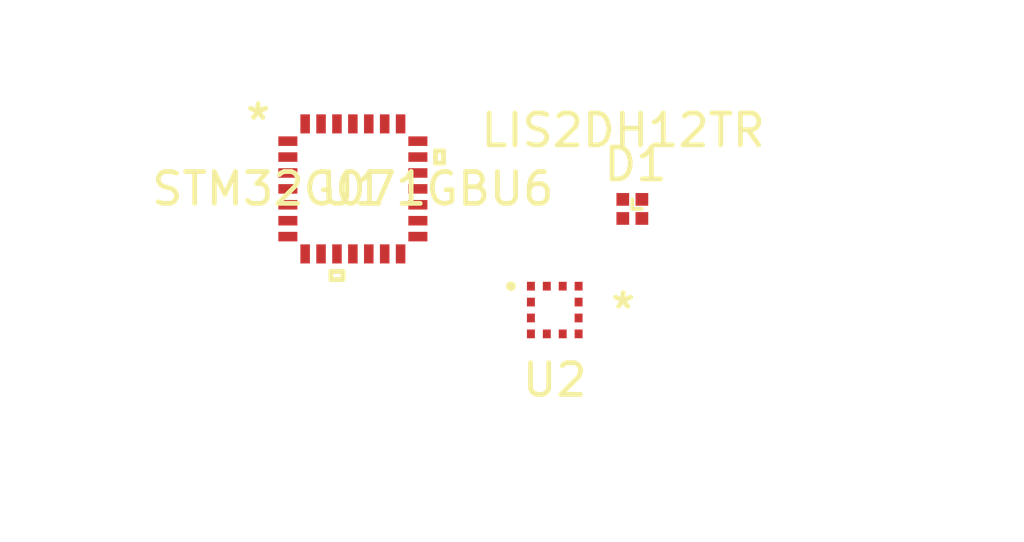
<source format=kicad_pcb>
(kicad_pcb (version 20171130) (host pcbnew 5.1.7-a382d34a8~87~ubuntu18.04.1)

  (general
    (thickness 1.6002)
    (drawings 0)
    (tracks 0)
    (zones 0)
    (modules 3)
    (nets 45)
  )

  (page USLetter)
  (title_block
    (rev 1)
  )

  (layers
    (0 Front signal)
    (1 In1.Cu signal)
    (2 In2.Cu signal)
    (31 Back signal)
    (34 B.Paste user hide)
    (35 F.Paste user)
    (36 B.SilkS user)
    (37 F.SilkS user hide)
    (38 B.Mask user)
    (39 F.Mask user)
    (44 Edge.Cuts user)
    (45 Margin user)
    (46 B.CrtYd user)
    (47 F.CrtYd user)
    (49 F.Fab user)
  )

  (setup
    (last_trace_width 0.254)
    (user_trace_width 0.127)
    (user_trace_width 0.254)
    (user_trace_width 0.508)
    (user_trace_width 0.762)
    (trace_clearance 0.127)
    (zone_clearance 0.508)
    (zone_45_only no)
    (trace_min 0.0889)
    (via_size 0.6858)
    (via_drill 0.3302)
    (via_min_size 0.45)
    (via_min_drill 0.2)
    (user_via 0.6858 0.3302)
    (user_via 0.889 0.381)
    (uvia_size 0.6858)
    (uvia_drill 0.3302)
    (uvias_allowed no)
    (uvia_min_size 0)
    (uvia_min_drill 0)
    (edge_width 0.0381)
    (segment_width 0.254)
    (pcb_text_width 0.3048)
    (pcb_text_size 1.524 1.524)
    (mod_edge_width 0.1524)
    (mod_text_size 0.8128 0.8128)
    (mod_text_width 0.1524)
    (pad_size 1.524 1.524)
    (pad_drill 0.762)
    (pad_to_mask_clearance 0)
    (solder_mask_min_width 0.1016)
    (aux_axis_origin 0 0)
    (visible_elements FEFFFF7F)
    (pcbplotparams
      (layerselection 0x010fc_ffffffff)
      (usegerberextensions false)
      (usegerberattributes false)
      (usegerberadvancedattributes false)
      (creategerberjobfile false)
      (excludeedgelayer true)
      (linewidth 0.152400)
      (plotframeref false)
      (viasonmask false)
      (mode 1)
      (useauxorigin false)
      (hpglpennumber 1)
      (hpglpenspeed 20)
      (hpglpendiameter 15.000000)
      (psnegative false)
      (psa4output false)
      (plotreference true)
      (plotvalue false)
      (plotinvisibletext false)
      (padsonsilk false)
      (subtractmaskfromsilk true)
      (outputformat 1)
      (mirror false)
      (drillshape 0)
      (scaleselection 1)
      (outputdirectory "./gerbers"))
  )

  (net 0 "")
  (net 1 "Net-(U1-Pad28)")
  (net 2 "Net-(U1-Pad27)")
  (net 3 "Net-(U1-Pad26)")
  (net 4 "Net-(U1-Pad25)")
  (net 5 "Net-(U1-Pad24)")
  (net 6 "Net-(U1-Pad23)")
  (net 7 "Net-(U1-Pad22)")
  (net 8 "Net-(U1-Pad21)")
  (net 9 "Net-(U1-Pad20)")
  (net 10 "Net-(U1-Pad19)")
  (net 11 "Net-(U1-Pad18)")
  (net 12 "Net-(U1-Pad17)")
  (net 13 "Net-(U1-Pad16)")
  (net 14 "Net-(U1-Pad15)")
  (net 15 "Net-(U1-Pad14)")
  (net 16 "Net-(U1-Pad13)")
  (net 17 "Net-(U1-Pad12)")
  (net 18 "Net-(U1-Pad11)")
  (net 19 "Net-(U1-Pad10)")
  (net 20 "Net-(U1-Pad9)")
  (net 21 "Net-(U1-Pad8)")
  (net 22 "Net-(U1-Pad7)")
  (net 23 "Net-(U1-Pad6)")
  (net 24 "Net-(U1-Pad5)")
  (net 25 "Net-(U1-Pad4)")
  (net 26 "Net-(U1-Pad3)")
  (net 27 "Net-(U1-Pad2)")
  (net 28 "Net-(U1-Pad1)")
  (net 29 "Net-(D1-Pad3)")
  (net 30 "Net-(D1-Pad2)")
  (net 31 "Net-(D1-Pad1)")
  (net 32 "Net-(D1-Pad4)")
  (net 33 "Net-(U2-Pad12)")
  (net 34 "Net-(U2-Pad11)")
  (net 35 "Net-(U2-Pad10)")
  (net 36 "Net-(U2-Pad9)")
  (net 37 "Net-(U2-Pad8)")
  (net 38 "Net-(U2-Pad7)")
  (net 39 "Net-(U2-Pad6)")
  (net 40 "Net-(U2-Pad5)")
  (net 41 "Net-(U2-Pad4)")
  (net 42 "Net-(U2-Pad3)")
  (net 43 "Net-(U2-Pad2)")
  (net 44 "Net-(U2-Pad1)")

  (net_class Default "This is the default net class."
    (clearance 0.127)
    (trace_width 0.254)
    (via_dia 0.6858)
    (via_drill 0.3302)
    (uvia_dia 0.6858)
    (uvia_drill 0.3302)
    (diff_pair_width 0.1524)
    (diff_pair_gap 0.254)
    (add_net "Net-(D1-Pad1)")
    (add_net "Net-(D1-Pad2)")
    (add_net "Net-(D1-Pad3)")
    (add_net "Net-(D1-Pad4)")
    (add_net "Net-(U1-Pad1)")
    (add_net "Net-(U1-Pad10)")
    (add_net "Net-(U1-Pad11)")
    (add_net "Net-(U1-Pad12)")
    (add_net "Net-(U1-Pad13)")
    (add_net "Net-(U1-Pad14)")
    (add_net "Net-(U1-Pad15)")
    (add_net "Net-(U1-Pad16)")
    (add_net "Net-(U1-Pad17)")
    (add_net "Net-(U1-Pad18)")
    (add_net "Net-(U1-Pad19)")
    (add_net "Net-(U1-Pad2)")
    (add_net "Net-(U1-Pad20)")
    (add_net "Net-(U1-Pad21)")
    (add_net "Net-(U1-Pad22)")
    (add_net "Net-(U1-Pad23)")
    (add_net "Net-(U1-Pad24)")
    (add_net "Net-(U1-Pad25)")
    (add_net "Net-(U1-Pad26)")
    (add_net "Net-(U1-Pad27)")
    (add_net "Net-(U1-Pad28)")
    (add_net "Net-(U1-Pad3)")
    (add_net "Net-(U1-Pad4)")
    (add_net "Net-(U1-Pad5)")
    (add_net "Net-(U1-Pad6)")
    (add_net "Net-(U1-Pad7)")
    (add_net "Net-(U1-Pad8)")
    (add_net "Net-(U1-Pad9)")
    (add_net "Net-(U2-Pad1)")
    (add_net "Net-(U2-Pad10)")
    (add_net "Net-(U2-Pad11)")
    (add_net "Net-(U2-Pad12)")
    (add_net "Net-(U2-Pad2)")
    (add_net "Net-(U2-Pad3)")
    (add_net "Net-(U2-Pad4)")
    (add_net "Net-(U2-Pad5)")
    (add_net "Net-(U2-Pad6)")
    (add_net "Net-(U2-Pad7)")
    (add_net "Net-(U2-Pad8)")
    (add_net "Net-(U2-Pad9)")
  )

  (module JLCPCB:LIS2DH12TR (layer Front) (tedit 5F8AD34E) (tstamp 5F8B4136)
    (at 6.35 2.54)
    (path /5F8ADF3E)
    (fp_text reference U2 (at 0 2.2) (layer F.SilkS)
      (effects (font (size 1 1) (thickness 0.15)))
    )
    (fp_text value LIS2DH12TR (at 2.15 -5.65) (layer F.SilkS)
      (effects (font (size 1 1) (thickness 0.15)))
    )
    (fp_text user 0.011in/0.275mm (at -4.313 -6.4) (layer Dwgs.User)
      (effects (font (size 1 1) (thickness 0.15)))
    )
    (fp_text user 0.01in/0.25mm (at 0.75 -3.798) (layer Dwgs.User)
      (effects (font (size 1 1) (thickness 0.15)))
    )
    (fp_text user 0.059in/1.5mm (at 8.753 0) (layer Dwgs.User)
      (effects (font (size 1 1) (thickness 0.15)))
    )
    (fp_text user 0.059in/1.5mm (at 0 6.463) (layer Dwgs.User)
      (effects (font (size 1 1) (thickness 0.15)))
    )
    (fp_text user 0.02in/0.5mm (at -1.898 -5.65) (layer Dwgs.User)
      (effects (font (size 1 1) (thickness 0.15)))
    )
    (fp_text user * (at 2.15 0) (layer F.Fab)
      (effects (font (size 1 1) (thickness 0.15)))
    )
    (fp_text user * (at 2.15 0) (layer F.SilkS)
      (effects (font (size 1 1) (thickness 0.15)))
    )
    (fp_text user "Copyright 2016 Accelerated Designs. All rights reserved." (at 2.15 -5.65) (layer Cmts.User)
      (effects (font (size 0.127 0.127) (thickness 0.002)))
    )
    (fp_circle (center -0.744 -0.75) (end -0.6678 -0.75) (layer F.Fab) (width 0.1524))
    (fp_circle (center -1.379 -0.75) (end -1.3028 -0.75) (layer F.SilkS) (width 0.1524))
    (fp_line (start 1.129 1.129) (end -1.129 1.129) (layer F.CrtYd) (width 0.1524))
    (fp_line (start 1.129 -1.129) (end 1.129 1.129) (layer F.CrtYd) (width 0.1524))
    (fp_line (start -1.129 -1.129) (end 1.129 -1.129) (layer F.CrtYd) (width 0.1524))
    (fp_line (start -1.129 1.129) (end -1.129 -1.129) (layer F.CrtYd) (width 0.1524))
    (fp_line (start -1 -1) (end -1 1) (layer F.Fab) (width 0.1524))
    (fp_line (start 1 -1) (end -1 -1) (layer F.Fab) (width 0.1524))
    (fp_line (start 1 1) (end 1 -1) (layer F.Fab) (width 0.1524))
    (fp_line (start -1 1) (end 1 1) (layer F.Fab) (width 0.1524))
    (fp_line (start -1 0.27) (end 0.27 -1) (layer F.Fab) (width 0.1524))
    (pad 12 smd rect (at -0.25 -0.750001 90) (size 0.275 0.25) (layers Front F.Paste F.Mask)
      (net 33 "Net-(U2-Pad12)"))
    (pad 11 smd rect (at 0.25 -0.750001 90) (size 0.275 0.25) (layers Front F.Paste F.Mask)
      (net 34 "Net-(U2-Pad11)"))
    (pad 10 smd rect (at 0.750001 -0.750001) (size 0.25 0.275) (layers Front F.Paste F.Mask)
      (net 35 "Net-(U2-Pad10)"))
    (pad 9 smd rect (at 0.750001 -0.25) (size 0.25 0.275) (layers Front F.Paste F.Mask)
      (net 36 "Net-(U2-Pad9)"))
    (pad 8 smd rect (at 0.750001 0.25) (size 0.25 0.275) (layers Front F.Paste F.Mask)
      (net 37 "Net-(U2-Pad8)"))
    (pad 7 smd rect (at 0.750001 0.750001) (size 0.25 0.275) (layers Front F.Paste F.Mask)
      (net 38 "Net-(U2-Pad7)"))
    (pad 6 smd rect (at 0.25 0.750001 90) (size 0.275 0.25) (layers Front F.Paste F.Mask)
      (net 39 "Net-(U2-Pad6)"))
    (pad 5 smd rect (at -0.25 0.750001 90) (size 0.275 0.25) (layers Front F.Paste F.Mask)
      (net 40 "Net-(U2-Pad5)"))
    (pad 4 smd rect (at -0.750001 0.750001) (size 0.25 0.275) (layers Front F.Paste F.Mask)
      (net 41 "Net-(U2-Pad4)"))
    (pad 3 smd rect (at -0.750001 0.25) (size 0.25 0.275) (layers Front F.Paste F.Mask)
      (net 42 "Net-(U2-Pad3)"))
    (pad 2 smd rect (at -0.750001 -0.25) (size 0.25 0.275) (layers Front F.Paste F.Mask)
      (net 43 "Net-(U2-Pad2)"))
    (pad 1 smd rect (at -0.750001 -0.750001) (size 0.25 0.275) (layers Front F.Paste F.Mask)
      (net 44 "Net-(U2-Pad1)"))
  )

  (module JLCPCB:UHD1110-FKA (layer Front) (tedit 5F8ADA65) (tstamp 5F8B3E57)
    (at 8.89 -2.54)
    (path /5F8ACC1D)
    (fp_text reference D1 (at 0 0.5) (layer F.SilkS)
      (effects (font (size 1 1) (thickness 0.15)))
    )
    (fp_text value UHD1110-FKA (at 2.54 -2.54) (layer F.CrtYd)
      (effects (font (size 1 1) (thickness 0.15)))
    )
    (fp_line (start 0 1.4) (end 0.4 1.8) (layer F.Fab) (width 0.12))
    (fp_line (start -0.6 1.4) (end 0 1.4) (layer F.Fab) (width 0.12))
    (fp_line (start 0.4 1.4) (end -0.6 1.4) (layer F.Fab) (width 0.12))
    (fp_line (start 0.4 2.4) (end 0.4 1.4) (layer F.Fab) (width 0.12))
    (fp_line (start -0.6 2.4) (end 0.4 2.4) (layer F.Fab) (width 0.12))
    (fp_line (start -0.6 1.4) (end -0.6 2.4) (layer F.Fab) (width 0.12))
    (fp_line (start -0.1 1.6) (end -0.1 1.9) (layer F.SilkS) (width 0.12))
    (fp_line (start -0.1 1.9) (end 0.2 1.9) (layer F.SilkS) (width 0.12))
    (pad 4 smd rect (at -0.4 1.6) (size 0.4 0.4) (layers Front F.Paste F.Mask)
      (net 32 "Net-(D1-Pad4)"))
    (pad 1 smd rect (at 0.2 1.6) (size 0.4 0.4) (layers Front F.Paste F.Mask)
      (net 31 "Net-(D1-Pad1)"))
    (pad 2 smd rect (at 0.2 2.2) (size 0.4 0.4) (layers Front F.Paste F.Mask)
      (net 30 "Net-(D1-Pad2)"))
    (pad 3 smd rect (at -0.4 2.2) (size 0.4 0.4) (layers Front F.Paste F.Mask)
      (net 29 "Net-(D1-Pad3)"))
  )

  (module JLCPCB:STM32G071GBU6 (layer Front) (tedit 0) (tstamp 5F8B8ECC)
    (at 0 -1.27)
    (path /5F8AF5E7)
    (fp_text reference U1 (at 0 0) (layer F.SilkS)
      (effects (font (size 1 1) (thickness 0.15)))
    )
    (fp_text value STM32G071GBU6 (at 0 0) (layer F.SilkS)
      (effects (font (size 1 1) (thickness 0.15)))
    )
    (fp_line (start -1.905127 1.8034) (end -1.8034 1.8034) (layer F.CrtYd) (width 0.1524))
    (fp_line (start -1.905127 2.598674) (end -1.905127 1.8034) (layer F.CrtYd) (width 0.1524))
    (fp_line (start 1.905127 2.598674) (end -1.905127 2.598674) (layer F.CrtYd) (width 0.1524))
    (fp_line (start 1.905127 1.8034) (end 1.905127 2.598674) (layer F.CrtYd) (width 0.1524))
    (fp_line (start 1.8034 1.8034) (end 1.905127 1.8034) (layer F.CrtYd) (width 0.1524))
    (fp_line (start 1.8034 1.905127) (end 1.8034 1.8034) (layer F.CrtYd) (width 0.1524))
    (fp_line (start 2.598674 1.905127) (end 1.8034 1.905127) (layer F.CrtYd) (width 0.1524))
    (fp_line (start 2.598674 -1.905127) (end 2.598674 1.905127) (layer F.CrtYd) (width 0.1524))
    (fp_line (start 1.8034 -1.905127) (end 2.598674 -1.905127) (layer F.CrtYd) (width 0.1524))
    (fp_line (start 1.8034 -1.8034) (end 1.8034 -1.905127) (layer F.CrtYd) (width 0.1524))
    (fp_line (start 1.905127 -1.8034) (end 1.8034 -1.8034) (layer F.CrtYd) (width 0.1524))
    (fp_line (start 1.905127 -2.598674) (end 1.905127 -1.8034) (layer F.CrtYd) (width 0.1524))
    (fp_line (start -1.905127 -2.598674) (end 1.905127 -2.598674) (layer F.CrtYd) (width 0.1524))
    (fp_line (start -1.905127 -1.8034) (end -1.905127 -2.598674) (layer F.CrtYd) (width 0.1524))
    (fp_line (start -1.8034 -1.8034) (end -1.905127 -1.8034) (layer F.CrtYd) (width 0.1524))
    (fp_line (start -1.8034 -1.905127) (end -1.8034 -1.8034) (layer F.CrtYd) (width 0.1524))
    (fp_line (start -2.598674 -1.905127) (end -1.8034 -1.905127) (layer F.CrtYd) (width 0.1524))
    (fp_line (start -2.598674 1.905127) (end -2.598674 -1.905127) (layer F.CrtYd) (width 0.1524))
    (fp_line (start -1.8034 1.905127) (end -2.598674 1.905127) (layer F.CrtYd) (width 0.1524))
    (fp_line (start -1.8034 1.8034) (end -1.8034 1.905127) (layer F.CrtYd) (width 0.1524))
    (fp_line (start 2.598674 -1.19126) (end 2.852674 -1.19126) (layer F.SilkS) (width 0.1524))
    (fp_line (start 2.598674 -0.81026) (end 2.598674 -1.19126) (layer F.SilkS) (width 0.1524))
    (fp_line (start 2.852674 -0.81026) (end 2.598674 -0.81026) (layer F.SilkS) (width 0.1524))
    (fp_line (start 2.852674 -1.19126) (end 2.852674 -0.81026) (layer F.SilkS) (width 0.1524))
    (fp_line (start -0.30988 2.598674) (end -0.69088 2.598674) (layer F.SilkS) (width 0.1524))
    (fp_line (start -0.30988 2.852674) (end -0.30988 2.598674) (layer F.SilkS) (width 0.1524))
    (fp_line (start -0.69088 2.852674) (end -0.30988 2.852674) (layer F.SilkS) (width 0.1524))
    (fp_line (start -0.69088 2.598674) (end -0.69088 2.852674) (layer F.SilkS) (width 0.1524))
    (fp_line (start -1.5494 -1.5494) (end -1.5494 1.5494) (layer F.Fab) (width 0.1524))
    (fp_line (start 1.5494 -1.5494) (end -1.5494 -1.5494) (layer F.Fab) (width 0.1524))
    (fp_line (start 1.5494 1.5494) (end 1.5494 -1.5494) (layer F.Fab) (width 0.1524))
    (fp_line (start -1.5494 1.5494) (end 1.5494 1.5494) (layer F.Fab) (width 0.1524))
    (fp_line (start -1.5494 -0.2794) (end -0.2794 -1.5494) (layer F.Fab) (width 0.1524))
    (fp_text user * (at -1.490726 -1.75133) (layer F.Fab)
      (effects (font (size 1 1) (thickness 0.15)))
    )
    (fp_text user * (at -2.979674 -2.13233) (layer F.SilkS)
      (effects (font (size 1 1) (thickness 0.15)))
    )
    (fp_text user 0.161in/4.089mm (at 7.6327 0.635) (layer Dwgs.User)
      (effects (font (size 1 1) (thickness 0.15)))
    )
    (fp_text user 0.161in/4.089mm (at 0 7.6327) (layer Dwgs.User)
      (effects (font (size 1 1) (thickness 0.15)))
    )
    (fp_text user 0.012in/0.3mm (at -5.0927 2.0447) (layer Dwgs.User)
      (effects (font (size 1 1) (thickness 0.15)))
    )
    (fp_text user 0.024in/0.6mm (at -2.0447 -5.0927) (layer Dwgs.User)
      (effects (font (size 1 1) (thickness 0.15)))
    )
    (fp_text user 0.02in/0.5mm (at -3.972674 -1.25095) (layer Dwgs.User)
      (effects (font (size 1 1) (thickness 0.15)))
    )
    (fp_text user * (at -1.490726 -1.75133) (layer F.Fab)
      (effects (font (size 1 1) (thickness 0.15)))
    )
    (fp_text user * (at -2.979674 -2.13233) (layer F.SilkS)
      (effects (font (size 1 1) (thickness 0.15)))
    )
    (fp_text user "Copyright 2016 Accelerated Designs. All rights reserved." (at 0 0) (layer Cmts.User)
      (effects (font (size 0.127 0.127) (thickness 0.002)))
    )
    (pad 28 smd rect (at -1.50114 -2.0447) (size 0.299974 0.599948) (layers Front F.Paste F.Mask)
      (net 1 "Net-(U1-Pad28)"))
    (pad 27 smd rect (at -1.00076 -2.0447) (size 0.299974 0.599948) (layers Front F.Paste F.Mask)
      (net 2 "Net-(U1-Pad27)"))
    (pad 26 smd rect (at -0.50038 -2.0447) (size 0.299974 0.599948) (layers Front F.Paste F.Mask)
      (net 3 "Net-(U1-Pad26)"))
    (pad 25 smd rect (at 0 -2.0447) (size 0.299974 0.599948) (layers Front F.Paste F.Mask)
      (net 4 "Net-(U1-Pad25)"))
    (pad 24 smd rect (at 0.50038 -2.0447) (size 0.299974 0.599948) (layers Front F.Paste F.Mask)
      (net 5 "Net-(U1-Pad24)"))
    (pad 23 smd rect (at 1.00076 -2.0447) (size 0.299974 0.599948) (layers Front F.Paste F.Mask)
      (net 6 "Net-(U1-Pad23)"))
    (pad 22 smd rect (at 1.50114 -2.0447) (size 0.299974 0.599948) (layers Front F.Paste F.Mask)
      (net 7 "Net-(U1-Pad22)"))
    (pad 21 smd rect (at 2.0447 -1.50114 90) (size 0.299974 0.599948) (layers Front F.Paste F.Mask)
      (net 8 "Net-(U1-Pad21)"))
    (pad 20 smd rect (at 2.0447 -1.00076 90) (size 0.299974 0.599948) (layers Front F.Paste F.Mask)
      (net 9 "Net-(U1-Pad20)"))
    (pad 19 smd rect (at 2.0447 -0.50038 90) (size 0.299974 0.599948) (layers Front F.Paste F.Mask)
      (net 10 "Net-(U1-Pad19)"))
    (pad 18 smd rect (at 2.0447 0 90) (size 0.299974 0.599948) (layers Front F.Paste F.Mask)
      (net 11 "Net-(U1-Pad18)"))
    (pad 17 smd rect (at 2.0447 0.50038 90) (size 0.299974 0.599948) (layers Front F.Paste F.Mask)
      (net 12 "Net-(U1-Pad17)"))
    (pad 16 smd rect (at 2.0447 1.00076 90) (size 0.299974 0.599948) (layers Front F.Paste F.Mask)
      (net 13 "Net-(U1-Pad16)"))
    (pad 15 smd rect (at 2.0447 1.50114 90) (size 0.299974 0.599948) (layers Front F.Paste F.Mask)
      (net 14 "Net-(U1-Pad15)"))
    (pad 14 smd rect (at 1.50114 2.0447) (size 0.299974 0.599948) (layers Front F.Paste F.Mask)
      (net 15 "Net-(U1-Pad14)"))
    (pad 13 smd rect (at 1.00076 2.0447) (size 0.299974 0.599948) (layers Front F.Paste F.Mask)
      (net 16 "Net-(U1-Pad13)"))
    (pad 12 smd rect (at 0.50038 2.0447) (size 0.299974 0.599948) (layers Front F.Paste F.Mask)
      (net 17 "Net-(U1-Pad12)"))
    (pad 11 smd rect (at 0 2.0447) (size 0.299974 0.599948) (layers Front F.Paste F.Mask)
      (net 18 "Net-(U1-Pad11)"))
    (pad 10 smd rect (at -0.50038 2.0447) (size 0.299974 0.599948) (layers Front F.Paste F.Mask)
      (net 19 "Net-(U1-Pad10)"))
    (pad 9 smd rect (at -1.00076 2.0447) (size 0.299974 0.599948) (layers Front F.Paste F.Mask)
      (net 20 "Net-(U1-Pad9)"))
    (pad 8 smd rect (at -1.50114 2.0447) (size 0.299974 0.599948) (layers Front F.Paste F.Mask)
      (net 21 "Net-(U1-Pad8)"))
    (pad 7 smd rect (at -2.0447 1.50114 90) (size 0.299974 0.599948) (layers Front F.Paste F.Mask)
      (net 22 "Net-(U1-Pad7)"))
    (pad 6 smd rect (at -2.0447 1.00076 90) (size 0.299974 0.599948) (layers Front F.Paste F.Mask)
      (net 23 "Net-(U1-Pad6)"))
    (pad 5 smd rect (at -2.0447 0.50038 90) (size 0.299974 0.599948) (layers Front F.Paste F.Mask)
      (net 24 "Net-(U1-Pad5)"))
    (pad 4 smd rect (at -2.0447 0 90) (size 0.299974 0.599948) (layers Front F.Paste F.Mask)
      (net 25 "Net-(U1-Pad4)"))
    (pad 3 smd rect (at -2.0447 -0.50038 90) (size 0.299974 0.599948) (layers Front F.Paste F.Mask)
      (net 26 "Net-(U1-Pad3)"))
    (pad 2 smd rect (at -2.0447 -1.00076 90) (size 0.299974 0.599948) (layers Front F.Paste F.Mask)
      (net 27 "Net-(U1-Pad2)"))
    (pad 1 smd rect (at -2.0447 -1.50114 90) (size 0.299974 0.599948) (layers Front F.Paste F.Mask)
      (net 28 "Net-(U1-Pad1)"))
  )

)

</source>
